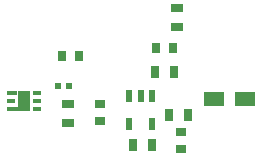
<source format=gtp>
G04*
G04 #@! TF.GenerationSoftware,Altium Limited,Altium Designer,24.9.1 (31)*
G04*
G04 Layer_Color=8421504*
%FSLAX44Y44*%
%MOMM*%
G71*
G04*
G04 #@! TF.SameCoordinates,DEDBCCEB-59A4-4C38-AF20-8AFDE536A74B*
G04*
G04*
G04 #@! TF.FilePolarity,Positive*
G04*
G01*
G75*
%ADD13R,0.8000X1.0000*%
%ADD14R,0.9400X0.7500*%
%ADD15R,1.8000X1.2500*%
%ADD16R,0.6000X1.1000*%
%ADD17R,1.0000X0.8000*%
%ADD18R,0.7500X0.9400*%
%ADD19R,0.7300X0.3500*%
%ADD20R,1.1000X1.7000*%
%ADD21R,0.6000X0.6200*%
%ADD22R,0.2980X0.3500*%
%ADD23R,0.2910X0.3500*%
D13*
X175770Y59940D02*
D03*
X159770D02*
D03*
X145237Y34592D02*
D03*
X129237D02*
D03*
X163910Y96150D02*
D03*
X147910D02*
D03*
D14*
X169890Y45500D02*
D03*
Y31500D02*
D03*
X101080Y55380D02*
D03*
Y69380D02*
D03*
D15*
X223970Y73650D02*
D03*
X197970D02*
D03*
D16*
X145310Y52230D02*
D03*
X126310D02*
D03*
Y76230D02*
D03*
X135810D02*
D03*
X145310D02*
D03*
D17*
X166700Y150680D02*
D03*
Y134680D02*
D03*
X74160Y69250D02*
D03*
Y53250D02*
D03*
D18*
X148970Y116670D02*
D03*
X162970D02*
D03*
X83220Y110450D02*
D03*
X69220D02*
D03*
D19*
X25650Y72000D02*
D03*
Y78750D02*
D03*
Y65250D02*
D03*
X47950Y78750D02*
D03*
Y72000D02*
D03*
Y65250D02*
D03*
D20*
X36800Y72000D02*
D03*
D21*
X66210Y85100D02*
D03*
X75410D02*
D03*
D22*
X30150Y65250D02*
D03*
D23*
X30325Y78750D02*
D03*
M02*

</source>
